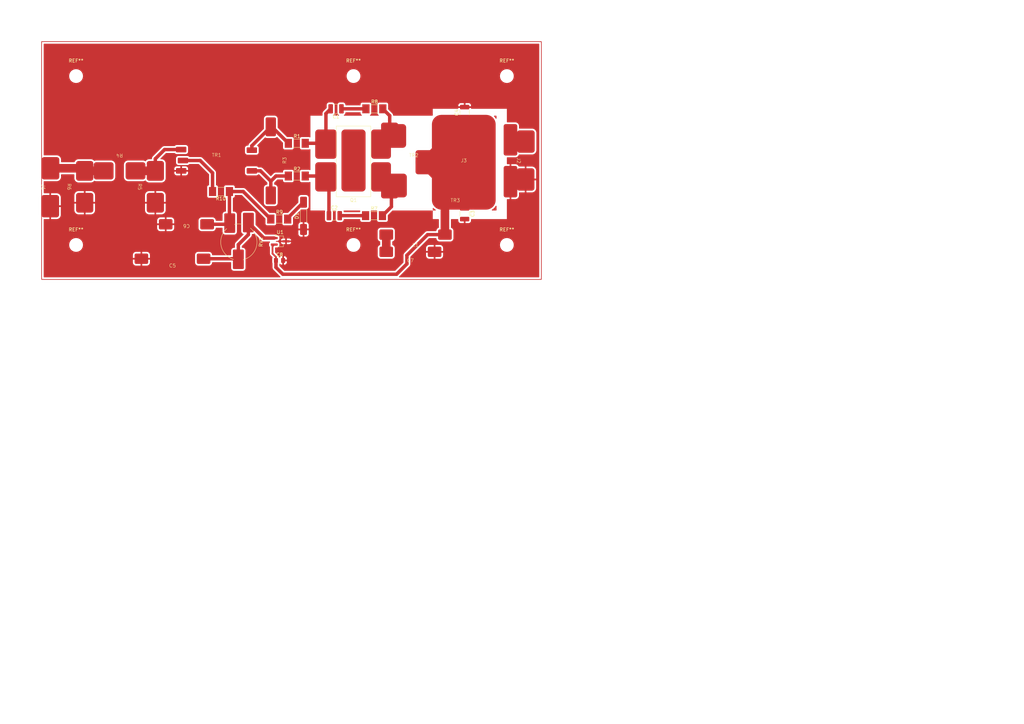
<source format=kicad_pcb>
(kicad_pcb (version 20241229) (generator "pcbnew") (generator_version "9.0")
  (layers (0 "F.Cu" signal) (2 "B.Cu" signal) (13 "F.Paste" user) (15 "B.Paste" user) (5 "F.SilkS" user "F.Silkscreen") (7 "B.SilkS" user "B.Silkscreen") (1 "F.Mask" user) (3 "B.Mask" user) (25 "Edge.Cuts" user))
  (net 0 "")
  (net 1 "Net-(C1-Pad1)")
  (net 2 "Net-(Q1-G1)")
  (net 3 "Net-(C2-Pad2)")
  (net 4 "Net-(Q1-G2)")
  (net 5 "+12V")
  (net 6 "GNDREF")
  (net 7 "Net-(U1-VO)")
  (net 8 "Net-(C6-Pad1)")
  (net 9 "Net-(D1-A)")
  (net 10 "Net-(J1-Pin_1)")
  (net 11 "Net-(J2-Pin_1)")
  (net 12 "Net-(Q1-D1)")
  (net 13 "Net-(Q1-D2)")
  (net 14 "Net-(R1-Pad1)")
  (net 15 "Net-(R2-Pad1)")
  (net 16 "Net-(R4-Pad2)")
  (net 17 "Net-(R10-Pad2)")
  (net 18 "Net-(TR2-P2)")
  (footprint "Josef Library:InOutNoHeaders" (layer "F.Cu") (at 12 54.25 -90)
    (property "Reference" "J1" (at 0 -0.5 270) (layer "F.SilkS") (effects (font (thickness 0.1))))
    (property "Value" "Conn_01x02_Pin")
    (pad "1" smd roundrect (at -5.5 -2.5675 270) (size 6.5 5.135) (layers "F.Cu" "F.Mask" "F.Paste") (roundrect_rratio 0.15) (net 10 "Net-(J1-Pin_1)"))
    (pad "2" smd roundrect (at 5.5 -2.5 270) (size 6.5 5.135) (layers "F.Cu" "F.Mask" "F.Paste") (roundrect_rratio 0.15) (net 6 "GNDREF"))
  )
  (footprint "Josef Library:Through Hole Resistor" (layer "F.Cu") (at 88 65.1 90)
    (property "Reference" "D1" (at 2.54 -1.92 90) (layer "F.SilkS"))
    (property "Value" "D")
    (fp_line (start 0.62 -0.92) (end 4.46 -0.92) (stroke (width 0.12)) (layer "F.SilkS"))
    (fp_line (start 0.62 0.92) (end 4.46 0.92) (stroke (width 0.12)) (layer "F.SilkS"))
    (pad "1" smd roundrect (at -1.4 0 90) (size 3.2 2) (layers "F.Cu" "F.Mask" "F.Paste") (roundrect_rratio 0.1785714286) (net 6 "GNDREF"))
    (pad "2" smd roundrect (at 6.5 0 90) (size 3.2 2) (layers "F.Cu" "F.Mask" "F.Paste") (roundrect_rratio 0.1785714286) (net 9 "Net-(D1-A)"))
  )
  (footprint "Resistor_SMD:R_MELF_MMB-0207" (layer "F.Cu") (at 108.55 31.5)
    (property "Reference" "R8" (at 0.05 -2.05 0) (layer "F.SilkS"))
    (property "Value" "220")
    (fp_line (start 1.2 -1.2) (end -1.2 -1.2) (stroke (width 0.12)) (layer "F.SilkS"))
    (fp_line (start 1.2 1.2) (end -1.2 1.2) (stroke (width 0.12)) (layer "F.SilkS"))
    (pad "1" smd rect (at -2.45 0) (size 2.1 2.6) (layers "F.Cu" "F.Mask" "F.Paste") (net 1 "Net-(C1-Pad1)"))
    (pad "2" smd rect (at 2.45 0) (size 2.1 2.6) (layers "F.Cu" "F.Mask" "F.Paste") (net 12 "Net-(Q1-D1)"))
  )
  (footprint "Josef Library:Input Transformer" (layer "F.Cu") (at 58 46.5)
    (property "Reference" "TR1" (at 4.75 -1.59125 0) (layer "F.SilkS") (effects (font (thickness 0.1))))
    (property "Value" "2T - 1T")
    (pad "1" smd roundrect (at -5.5 -3.1825) (size 3 1.635) (layers "F.Cu" "F.Mask" "F.Paste") (roundrect_rratio 0.15) (net 16 "Net-(R4-Pad2)"))
    (pad "2" smd roundrect (at -5.5 3) (size 3 1.635) (layers "F.Cu" "F.Mask" "F.Paste") (roundrect_rratio 0.15) (net 6 "GNDREF"))
    (pad "3" smd roundrect (at -5 0) (size 3 1.635) (layers "F.Cu" "F.Mask" "F.Paste") (roundrect_rratio 0.15) (net 17 "Net-(R10-Pad2)"))
    (pad "4" smd roundrect (at 15 -3) (size 3 1.635) (layers "F.Cu" "F.Mask" "F.Paste") (roundrect_rratio 0.15) (net 14 "Net-(R1-Pad1)"))
    (pad "5" smd roundrect (at 15 3) (size 3 1.635) (layers "F.Cu" "F.Mask" "F.Paste") (roundrect_rratio 0.15) (net 15 "Net-(R2-Pad1)"))
  )
  (footprint "MountingHole:MountingHole_3.5mm" (layer "F.Cu") (at 102.5 22)
    (property "Reference" "REF**" (at 0 -4.45 0) (layer "F.SilkS"))
    (property "Value" "MountingHole_3.5mm")
    (pad "" np_thru_hole circle (at 0 0) (size 3.5 3.5) (drill 3.5) (layers "*.Cu" "*.Mask"))
  )
  (footprint "MountingHole:MountingHole_3.5mm" (layer "F.Cu") (at 147 22)
    (property "Reference" "REF**" (at 0 -4.45 0) (layer "F.SilkS"))
    (property "Value" "MountingHole_3.5mm")
    (pad "" np_thru_hole circle (at 0 0) (size 3.5 3.5) (drill 3.5) (layers "*.Cu" "*.Mask"))
  )
  (footprint "Josef Library:InOutNoHeaders" (layer "F.Cu") (at 149.9325 46.5 -90)
    (property "Reference" "J2" (at 0 -0.5 270) (layer "F.SilkS") (effects (font (thickness 0.1))))
    (property "Value" "Conn_01x02_Pin")
    (pad "1" smd roundrect (at -5.5 -2.5675 270) (size 6.5 5.135) (layers "F.Cu" "F.Mask" "F.Paste") (roundrect_rratio 0.15) (net 11 "Net-(J2-Pin_1)"))
    (pad "2" smd roundrect (at 5.5 -2.5 270) (size 6.5 5.135) (layers "F.Cu" "F.Mask" "F.Paste") (roundrect_rratio 0.15) (net 6 "GNDREF"))
  )
  (footprint "MountingHole:MountingHole_3.5mm" (layer "F.Cu") (at 22 22)
    (property "Reference" "REF**" (at 0 -4.45 0) (layer "F.SilkS"))
    (property "Value" "MountingHole_3.5mm")
    (pad "" np_thru_hole circle (at 0 0) (size 3.5 3.5) (drill 3.5) (layers "*.Cu" "*.Mask"))
  )
  (footprint "Capacitor_SMD:C_0805_2012Metric_Pad1.18x1.45mm_HandSolder" (layer "F.Cu") (at 81.0375 75.5)
    (property "Reference" "C8" (at 0 -1.68 0) (layer "F.SilkS"))
    (property "Value" ".1u")
    (fp_line (start -0.261252 -0.735) (end 0.261252 -0.735) (stroke (width 0.12)) (layer "F.SilkS"))
    (fp_line (start -0.261252 0.735) (end 0.261252 0.735) (stroke (width 0.12)) (layer "F.SilkS"))
    (pad "1" smd roundrect (at -1.0375 0) (size 1.175 1.45) (layers "F.Cu" "F.Mask" "F.Paste") (roundrect_rratio 0.212766) (net 18 "Net-(TR2-P2)"))
    (pad "2" smd roundrect (at 1.0375 0) (size 1.175 1.45) (layers "F.Cu" "F.Mask" "F.Paste") (roundrect_rratio 0.212766) (net 6 "GNDREF"))
  )
  (footprint "Capacitor_SMD:C_1210_3225Metric_Pad1.33x2.70mm_HandSolder" (layer "F.Cu") (at 134.75 61.9375 -90)
    (property "Reference" "C3" (at 0 -2.3 90) (layer "F.SilkS"))
    (property "Value" ".1uF")
    (fp_line (start -0.711252 1.36) (end 0.711252 1.36) (stroke (width 0.12)) (layer "F.SilkS"))
    (fp_line (start -0.711252 -1.36) (end 0.711252 -1.36) (stroke (width 0.12)) (layer "F.SilkS"))
    (pad "1" smd roundrect (at -1.5625 0 270) (size 1.325 2.7) (layers "F.Cu" "F.Mask" "F.Paste") (roundrect_rratio 0.188679) (net 18 "Net-(TR2-P2)"))
    (pad "2" smd roundrect (at 1.5625 0 270) (size 1.325 2.7) (layers "F.Cu" "F.Mask" "F.Paste") (roundrect_rratio 0.188679) (net 6 "GNDREF"))
  )
  (footprint "Josef Library:Input Choke" (layer "F.Cu") (at 120.5 68)
    (property "Reference" "L1" (at 0 3 0) (layer "F.SilkS") (effects (font (thickness 0.1))))
    (property "Value" "L")
    (pad "1" smd roundrect (at -8.5 0) (size 4 3) (layers "F.Cu" "F.Mask" "F.Paste") (roundrect_rratio 0.15) (net 5 "+12V"))
    (pad "2" smd roundrect (at 8.52375 0) (size 3.9525 3) (layers "F.Cu" "F.Mask" "F.Paste") (roundrect_rratio 0.15) (net 18 "Net-(TR2-P2)"))
  )
  (footprint "Josef Library:3550 (Big Resistor) Footprint" (layer "F.Cu") (at 34.625 49.5 180)
    (property "Reference" "R4" (at 0 4.5 180) (layer "F.SilkS") (effects (font (thickness 0.1))))
    (property "Value" "R")
    (pad "1" smd roundrect (at 4.625 0 180) (size 5.75 5) (layers "F.Cu" "F.Mask" "F.Paste") (roundrect_rratio 0.15) (net 10 "Net-(J1-Pin_1)"))
    (pad "2" smd roundrect (at -4.625 0 180) (size 5.75 5) (layers "F.Cu" "F.Mask" "F.Paste") (roundrect_rratio 0.15) (net 16 "Net-(R4-Pad2)"))
  )
  (footprint "Resistor_SMD:R_MELF_MMB-0207" (layer "F.Cu") (at 64.05 55.5 180)
    (property "Reference" "R10" (at 0.05 -2.05 0) (layer "F.SilkS"))
    (property "Value" "10")
    (fp_line (start 1.2 1.2) (end -1.2 1.2) (stroke (width 0.12)) (layer "F.SilkS"))
    (fp_line (start 1.2 -1.2) (end -1.2 -1.2) (stroke (width 0.12)) (layer "F.SilkS"))
    (pad "1" smd rect (at -2.45 0 180) (size 2.1 2.6) (layers "F.Cu" "F.Mask" "F.Paste") (net 8 "Net-(C6-Pad1)"))
    (pad "2" smd rect (at 2.45 0 180) (size 2.1 2.6) (layers "F.Cu" "F.Mask" "F.Paste") (net 17 "Net-(R10-Pad2)"))
  )
  (footprint "Josef Library:Piher Surface Pads" (layer "F.Cu") (at 66.585 65.165 -90)
    (property "Reference" "RV1" (at 5 -9.05 270) (layer "F.SilkS"))
    (property "Value" "R_Potentiometer")
    (fp_arc (start 10.027 -1.1) (mid 6.134659 2.486075) (end 1.094 0.873) (stroke (width 0.12)) (layer "F.SilkS"))
    (fp_arc (start -0.108 -1.396) (mid -0.258003 -2.50009) (end -0.172 -3.611) (stroke (width 0.12)) (layer "F.SilkS"))
    (fp_arc (start 0.96 -6.019) (mid 6.188516 -7.774112) (end 10.11 -3.896) (stroke (width 0.12)) (layer "F.SilkS"))
    (pad "1" smd roundrect (at -0.5 0 270) (size 5.67 3.17) (layers "F.Cu" "F.Mask" "F.Paste") (roundrect_rratio 0.1068376068) (net 8 "Net-(C6-Pad1)"))
    (pad "2" smd roundrect (at 10 -2.5 270) (size 5.67 3.17) (layers "F.Cu" "F.Mask" "F.Paste") (roundrect_rratio 0.1068376068) (net 7 "Net-(U1-VO)"))
    (pad "3" smd roundrect (at -0.665 -5.415 270) (size 5.67 3.17) (layers "F.Cu" "F.Mask" "F.Paste") (roundrect_rratio 0.1068376068) (net 7 "Net-(U1-VO)"))
  )
  (footprint "Resistor_SMD:R_MELF_MMB-0207" (layer "F.Cu") (at 86.05 41.5)
    (property "Reference" "R1" (at 0.05 -2.05 0) (layer "F.SilkS"))
    (property "Value" "10")
    (fp_line (start 1.2 -1.2) (end -1.2 -1.2) (stroke (width 0.12)) (layer "F.SilkS"))
    (fp_line (start 1.2 1.2) (end -1.2 1.2) (stroke (width 0.12)) (layer "F.SilkS"))
    (pad "1" smd rect (at -2.45 0) (size 2.1 2.6) (layers "F.Cu" "F.Mask" "F.Paste") (net 14 "Net-(R1-Pad1)"))
    (pad "2" smd rect (at 2.45 0) (size 2.1 2.6) (layers "F.Cu" "F.Mask" "F.Paste") (net 2 "Net-(Q1-G1)"))
  )
  (footprint "Capacitor_SMD:C_1210_3225Metric_Pad1.33x2.70mm_HandSolder" (layer "F.Cu") (at 134.75 32.5625 90)
    (property "Reference" "C4" (at 0 -2.3 90) (layer "F.SilkS"))
    (property "Value" ".1uF")
    (fp_line (start -0.711252 -1.36) (end 0.711252 -1.36) (stroke (width 0.12)) (layer "F.SilkS"))
    (fp_line (start -0.711252 1.36) (end 0.711252 1.36) (stroke (width 0.12)) (layer "F.SilkS"))
    (pad "1" smd roundrect (at -1.5625 0 90) (size 1.325 2.7) (layers "F.Cu" "F.Mask" "F.Paste") (roundrect_rratio 0.188679) (net 18 "Net-(TR2-P2)"))
    (pad "2" smd roundrect (at 1.5625 0 90) (size 1.325 2.7) (layers "F.Cu" "F.Mask" "F.Paste") (roundrect_rratio 0.188679) (net 6 "GNDREF"))
  )
  (footprint "MountingHole:MountingHole_3.5mm" (layer "F.Cu") (at 147 71)
    (property "Reference" "REF**" (at 0 -4.45 0) (layer "F.SilkS"))
    (property "Value" "MountingHole_3.5mm")
    (pad "" np_thru_hole circle (at 0 0) (size 3.5 3.5) (drill 3.5) (layers "*.Cu" "*.Mask"))
  )
  (footprint "Resistor_SMD:R_MELF_MMB-0207" (layer "F.Cu") (at 86.05 51)
    (property "Reference" "R2" (at 0.05 -2.05 0) (layer "F.SilkS"))
    (property "Value" "10")
    (fp_line (start 1.2 -1.2) (end -1.2 -1.2) (stroke (width 0.12)) (layer "F.SilkS"))
    (fp_line (start 1.2 1.2) (end -1.2 1.2) (stroke (width 0.12)) (layer "F.SilkS"))
    (pad "1" smd rect (at -2.45 0) (size 2.1 2.6) (layers "F.Cu" "F.Mask" "F.Paste") (net 15 "Net-(R2-Pad1)"))
    (pad "2" smd rect (at 2.45 0) (size 2.1 2.6) (layers "F.Cu" "F.Mask" "F.Paste") (net 4 "Net-(Q1-G2)"))
  )
  (footprint "Josef Library:Coaxial Feed Transformer" (layer "F.Cu") (at 120 47)
    (property "Reference" "TR2" (at 0 -2 0) (layer "F.SilkS") (effects (font (thickness 0.1))))
    (property "Value" "TRANSF1")
    (pad "1" smd roundrect (at -7 -8) (size 5 7) (layers "F.Cu" "F.Mask" "F.Paste") (roundrect_rratio 0.15) (net 12 "Net-(Q1-D1)"))
    (pad "2" smd roundrect (at 3 0) (size 5 7) (layers "F.Cu" "F.Mask" "F.Paste") (roundrect_rratio 0.15) (net 18 "Net-(TR2-P2)"))
    (pad "3" smd roundrect (at -7 7) (size 5 7) (layers "F.Cu" "F.Mask" "F.Paste") (roundrect_rratio 0.15) (net 13 "Net-(Q1-D2)"))
    (pad "4" smd circle (at 3 0) (size 5 5) (layers "F.Cu" "F.Mask" "F.Paste") (net 18 "Net-(TR2-P2)"))
  )
  (footprint "Josef Library:220 uf Cap" (layer "F.Cu") (at 54.02375 65 180)
    (property "Reference" "C6" (at 0 -0.5 180) (layer "F.SilkS") (effects (font (thickness 0.1))))
    (property "Value" "220u")
    (pad "1" smd roundrect (at -6 0 180) (size 4 3) (layers "F.Cu" "F.Mask" "F.Paste") (roundrect_rratio 0.15) (net 8 "Net-(C6-Pad1)"))
    (pad "2" smd roundrect (at 6.02375 0 180) (size 3.9525 3) (layers "F.Cu" "F.Mask" "F.Paste") (roundrect_rratio 0.15) (net 6 "GNDREF"))
  )
  (footprint "MountingHole:MountingHole_3.5mm" (layer "F.Cu") (at 22 71)
    (property "Reference" "REF**" (at 0 -4.45 0) (layer "F.SilkS"))
    (property "Value" "MountingHole_3.5mm")
    (pad "" np_thru_hole circle (at 0 0) (size 3.5 3.5) (drill 3.5) (layers "*.Cu" "*.Mask"))
  )
  (footprint "Josef Library:Output Transformer" (layer "F.Cu") (at 132.02375 46.5675)
    (property "Reference" "TR3" (at 0 11.5 0) (layer "F.SilkS") (effects (font (thickness 0.1))))
    (property "Value" "1T      3T")
    (pad "1" smd roundrect (at -17.5 -7.1925) (size 6.5 6.885) (layers "F.Cu" "F.Mask" "F.Paste") (roundrect_rratio 0.15) (net 12 "Net-(Q1-D1)"))
    (pad "2" smd roundrect (at -17.27375 7.1925) (size 6.4525 6.885) (layers "F.Cu" "F.Mask" "F.Paste") (roundrect_rratio 0.15) (net 13 "Net-(Q1-D2)"))
    (pad "3" smd roundrect (at 16.02375 6.0675) (size 3.9525 9.135) (layers "F.Cu" "F.Mask" "F.Paste") (roundrect_rratio 0.15) (net 6 "GNDREF"))
    (pad "4" smd roundrect (at 16.02375 -6.0675) (size 3.9525 9.135) (layers "F.Cu" "F.Mask" "F.Paste") (roundrect_rratio 0.15) (net 11 "Net-(J2-Pin_1)"))
  )
  (footprint "Josef Library:Positive Plane" (layer "F.Cu") (at 134.5 47)
    (property "Reference" "J3" (at 0 -0.5 0) (layer "F.SilkS") (effects (font (thickness 0.1))))
    (property "Value" "Conn_01x01_Pin")
    (pad "P" smd roundrect (at 0 0) (size 18.5 27.5) (layers "F.Cu" "F.Mask" "F.Paste") (roundrect_rratio 0.15))
  )
  (footprint "Capacitor_SMD:C_1210_3225Metric_Pad1.33x2.70mm_HandSolder" (layer "F.Cu") (at 96.9375 62.5)
    (property "Reference" "C2" (at 0 -2.3 0) (layer "F.SilkS"))
    (property "Value" ".1uF")
    (fp_line (start -0.711252 -1.36) (end 0.711252 -1.36) (stroke (width 0.12)) (layer "F.SilkS"))
    (fp_line (start -0.711252 1.36) (end 0.711252 1.36) (stroke (width 0.12)) (layer "F.SilkS"))
    (pad "1" smd roundrect (at -1.5625 0) (size 1.325 2.7) (layers "F.Cu" "F.Mask" "F.Paste") (roundrect_rratio 0.188679) (net 4 "Net-(Q1-G2)"))
    (pad "2" smd roundrect (at 1.5625 0) (size 1.325 2.7) (layers "F.Cu" "F.Mask" "F.Paste") (roundrect_rratio 0.188679) (net 3 "Net-(C2-Pad2)"))
  )
  (footprint "Resistor_SMD:R_MELF_MMB-0207" (layer "F.Cu") (at 108.45 62.5)
    (property "Reference" "R7" (at 0.05 -2.05 0) (layer "F.SilkS"))
    (property "Value" "220")
    (fp_line (start 1.2 -1.2) (end -1.2 -1.2) (stroke (width 0.12)) (layer "F.SilkS"))
    (fp_line (start 1.2 1.2) (end -1.2 1.2) (stroke (width 0.12)) (layer "F.SilkS"))
    (pad "1" smd rect (at -2.45 0) (size 2.1 2.6) (layers "F.Cu" "F.Mask" "F.Paste") (net 3 "Net-(C2-Pad2)"))
    (pad "2" smd rect (at 2.45 0) (size 2.1 2.6) (layers "F.Cu" "F.Mask" "F.Paste") (net 13 "Net-(Q1-D2)"))
  )
  (footprint "Package_TO_SOT_SMD:TSOT-23_HandSoldering" (layer "F.Cu") (at 81.21 69.95)
    (property "Reference" "U1" (at 0 -2.65 0) (layer "F.SilkS"))
    (property "Value" "L78L05_TO92")
    (fp_line (start 0.945 0.67) (end 0.945 1.56) (stroke (width 0.12)) (layer "F.SilkS"))
    (fp_line (start 0.945 1.56) (end -0.905 1.56) (stroke (width 0.12)) (layer "F.SilkS"))
    (fp_line (start 0.96 -1.56) (end -0.89 -1.56) (stroke (width 0.12)) (layer "F.SilkS"))
    (fp_line (start 0.96 -1.56) (end 0.96 -0.67) (stroke (width 0.12)) (layer "F.SilkS"))
    (fp_poly (pts (xy -1.28 -1.55) (xy -1.52 -1.88) (xy -1.04 -1.88) (xy -1.28 -1.55)) (stroke (width 0.12)) (fill yes) (layer "F.SilkS"))
    (pad "1" smd roundrect (at -1.71 -0.95) (size 2 0.65) (layers "F.Cu" "F.Mask" "F.Paste") (net 7 "Net-(U1-VO)"))
    (pad "2" smd roundrect (at -1.71 0.95) (size 2 0.65) (layers "F.Cu" "F.Mask" "F.Paste") (net 18 "Net-(TR2-P2)"))
    (pad "3" smd roundrect (at 1.71 0) (size 2 0.65) (layers "F.Cu" "F.Mask" "F.Paste") (net 6 "GNDREF"))
  )
  (footprint "Resistor_SMD:R_MELF_MMB-0207" (layer "F.Cu") (at 80.95 63.5)
    (property "Reference" "R9" (at 0.05 -2.05 0) (layer "F.SilkS"))
    (property "Value" "220")
    (fp_line (start 1.2 -1.2) (end -1.2 -1.2) (stroke (width 0.12)) (layer "F.SilkS"))
    (fp_line (start 1.2 1.2) (end -1.2 1.2) (stroke (width 0.12)) (layer "F.SilkS"))
    (pad "1" smd rect (at -2.45 0) (size 2.1 2.6) (layers "F.Cu" "F.Mask" "F.Paste") (net 8 "Net-(C6-Pad1)"))
    (pad "2" smd rect (at 2.45 0) (size 2.1 2.6) (layers "F.Cu" "F.Mask" "F.Paste") (net 9 "Net-(D1-A)"))
  )
  (footprint "Josef Library:10uF Radial Cap" (layer "F.Cu") (at 49.97625 75)
    (property "Reference" "C5" (at 0 2 0) (layer "F.SilkS") (effects (font (thickness 0.1))))
    (property "Value" "15u")
    (pad "1" smd roundrect (at 9.02375 0) (size 3.9525 3) (layers "F.Cu" "F.Mask" "F.Paste") (roundrect_rratio 0.15) (net 7 "Net-(U1-VO)"))
    (pad "2" smd roundrect (at -9.02375 0) (size 3.9525 3) (layers "F.Cu" "F.Mask" "F.Paste") (roundrect_rratio 0.15) (net 6 "GNDREF"))
  )
  (footprint "MountingHole:MountingHole_3.5mm" (layer "F.Cu") (at 102.5 71)
    (property "Reference" "REF**" (at 0 -4.45 0) (layer "F.SilkS"))
    (property "Value" "MountingHole_3.5mm")
    (pad "" np_thru_hole circle (at 0 0) (size 3.5 3.5) (drill 3.5) (layers "*.Cu" "*.Mask"))
  )
  (footprint "Josef Library:3550 (Big Resistor) Footprint" (layer "F.Cu") (at 45 54.125 -90)
    (property "Reference" "R5" (at 0 4.5 270) (layer "F.SilkS") (effects (font (thickness 0.1))))
    (property "Value" "R")
    (pad "1" smd roundrect (at 4.625 0 270) (size 5.75 5) (layers "F.Cu" "F.Mask" "F.Paste") (roundrect_rratio 0.15) (net 6 "GNDREF"))
    (pad "2" smd roundrect (at -4.625 0 270) (size 5.75 5) (layers "F.Cu" "F.Mask" "F.Paste") (roundrect_rratio 0.15) (net 16 "Net-(R4-Pad2)"))
  )
  (footprint "Josef Library:AFT05MP" (layer "F.Cu") (at 102.5 46.5)
    (property "Reference" "Q1" (at 0 11.5 0) (layer "F.SilkS") (effects (font (thickness 0.1))))
    (property "Value" "~")
    (fp_rect (start -5 -10) (end 5 10.5) (stroke (width 0.1)) (fill no) (layer "F.SilkS"))
    (pad "1" smd roundrect (at -8 -4.75) (size 6.23 8.5) (layers "F.Cu" "F.Mask" "F.Paste") (roundrect_rratio 0.15) (net 2 "Net-(Q1-G1)"))
    (pad "2" smd roundrect (at -8 4.75) (size 6.23 8.5) (layers "F.Cu" "F.Mask" "F.Paste") (roundrect_rratio 0.15) (net 4 "Net-(Q1-G2)"))
    (pad "3" smd roundrect (at 8 -4.75) (size 5.73 8.5) (layers "F.Cu" "F.Mask" "F.Paste") (roundrect_rratio 0.15) (net 12 "Net-(Q1-D1)"))
    (pad "4" smd roundrect (at 8 4.75) (size 5.73 8.5) (layers "F.Cu" "F.Mask" "F.Paste") (roundrect_rratio 0.15) (net 13 "Net-(Q1-D2)"))
    (pad "5" smd roundrect (at 0 0) (size 7 18) (layers "F.Cu" "F.Mask" "F.Paste") (roundrect_rratio 0.15) (net 6 "GNDREF"))
  )
  (footprint "Josef Library:3550 (Big Resistor) Footprint" (layer "F.Cu") (at 24.5 54.125 -90)
    (property "Reference" "R6" (at 0 4.5 270) (layer "F.SilkS") (effects (font (thickness 0.1))))
    (property "Value" "R")
    (pad "1" smd roundrect (at 4.625 0 270) (size 5.75 5) (layers "F.Cu" "F.Mask" "F.Paste") (roundrect_rratio 0.15) (net 6 "GNDREF"))
    (pad "2" smd roundrect (at -4.625 0 270) (size 5.75 5) (layers "F.Cu" "F.Mask" "F.Paste") (roundrect_rratio 0.15) (net 10 "Net-(J1-Pin_1)"))
  )
  (footprint "Josef Library:.33uF Decoupler HF Amp" (layer "F.Cu") (at 119.02375 73)
    (property "Reference" "C7" (at 0 2.5 0) (layer "F.SilkS") (effects (font (thickness 0.1))))
    (property "Value" ".1uF")
    (pad "1" smd roundrect (at -7.02375 0) (size 3.9525 3) (layers "F.Cu" "F.Mask" "F.Paste") (roundrect_rratio 0.15) (net 5 "+12V"))
    (pad "2" smd roundrect (at 7 0) (size 3.9525 3) (layers "F.Cu" "F.Mask" "F.Paste") (roundrect_rratio 0.15) (net 6 "GNDREF"))
  )
  (footprint "Josef Library:Big 22ohm Resistor" (layer "F.Cu") (at 78.5 46.47625 90)
    (property "Reference" "R3" (at 0 4 90) (layer "F.SilkS") (effects (font (thickness 0.1))))
    (property "Value" "22")
    (pad "1" smd roundrect (at -10.14875 0 90) (size 5.2025 3) (layers "F.Cu" "F.Mask" "F.Paste") (roundrect_rratio 0.15) (net 15 "Net-(R2-Pad1)"))
    (pad "2" smd roundrect (at 9.75 0 90) (size 5.5 3) (layers "F.Cu" "F.Mask" "F.Paste") (roundrect_rratio 0.15) (net 14 "Net-(R1-Pad1)"))
  )
  (footprint "Capacitor_SMD:C_1210_3225Metric_Pad1.33x2.70mm_HandSolder" (layer "F.Cu") (at 97.4375 31.5 180)
    (property "Reference" "C1" (at 0 -2.3 0) (layer "F.SilkS"))
    (property "Value" ".1uF")
    (fp_line (start -0.711252 1.36) (end 0.711252 1.36) (stroke (width 0.12)) (layer "F.SilkS"))
    (fp_line (start -0.711252 -1.36) (end 0.711252 -1.36) (stroke (width 0.12)) (layer "F.SilkS"))
    (pad "1" smd roundrect (at -1.5625 0 180) (size 1.325 2.7) (layers "F.Cu" "F.Mask" "F.Paste") (roundrect_rratio 0.188679) (net 1 "Net-(C1-Pad1)"))
    (pad "2" smd roundrect (at 1.5625 0 180) (size 1.325 2.7) (layers "F.Cu" "F.Mask" "F.Paste") (roundrect_rratio 0.188679) (net 2 "Net-(Q1-G1)"))
  )
  (gr_rect (start 12 12) (end 157 81) (stroke (width 0.2)) (fill no) (layer "F.Cu") (net 7))
  (segment (start 99 31.5) (end 106.1 31.5) (width 1) (layer "F.Cu") (net 1))
  (segment (start 94.25 41.5) (end 94.5 41.75) (width 1) (layer "F.Cu") (net 2))
  (segment (start 88.5 41.5) (end 94.25 41.5) (width 1) (layer "F.Cu") (net 2))
  (segment (start 94.5 32.875) (end 95.875 31.5) (width 1) (layer "F.Cu") (net 2))
  (segment (start 94.5 41.75) (end 94.5 32.875) (width 1) (layer "F.Cu") (net 2))
  (segment (start 98.5 62.5) (end 106 62.5) (width 1) (layer "F.Cu") (net 3))
  (segment (start 95.375 52.125) (end 94.5 51.25) (width 1) (layer "F.Cu") (net 4))
  (segment (start 94.25 51) (end 94.5 51.25) (width 1) (layer "F.Cu") (net 4))
  (segment (start 88.5 51) (end 94.25 51) (width 1) (layer "F.Cu") (net 4))
  (segment (start 95.375 62.5) (end 95.375 52.125) (width 1) (layer "F.Cu") (net 4))
  (segment (start 112 68) (end 112 73) (width 2.5) (layer "F.Cu") (net 5))
  (segment (start 72 64.5) (end 76.5 69) (width 1) (layer "F.Cu") (net 7))
  (segment (start 72 68) (end 69.085 70.915) (width 1) (layer "F.Cu") (net 7))
  (segment (start 72 64.5) (end 72 68) (width 1) (layer "F.Cu") (net 7))
  (segment (start 69.085 70.915) (end 69.085 75.165) (width 1) (layer "F.Cu") (net 7))
  (segment (start 76.5 69) (end 79.5 69) (width 1) (layer "F.Cu") (net 7))
  (segment (start 59 75) (end 68.92 75) (width 1) (layer "F.Cu") (net 7))
  (segment (start 68.92 75) (end 69.085 75.165) (width 1) (layer "F.Cu") (net 7))
  (segment (start 66.5 55.5) (end 66.5 64.58) (width 1) (layer "F.Cu") (net 8))
  (segment (start 70.5 55.5) (end 66.5 55.5) (width 1) (layer "F.Cu") (net 8))
  (segment (start 60.02375 65) (end 66.25 65) (width 1) (layer "F.Cu") (net 8))
  (segment (start 66.5 64.58) (end 66.585 64.665) (width 1) (layer "F.Cu") (net 8))
  (segment (start 66.25 65) (end 66.585 64.665) (width 1) (layer "F.Cu") (net 8))
  (segment (start 78.5 63.5) (end 70.5 55.5) (width 1) (layer "F.Cu") (net 8))
  (segment (start 83.4 63.2) (end 88 58.6) (width 1) (layer "F.Cu") (net 9))
  (segment (start 83.4 63.5) (end 83.4 63.2) (width 1) (layer "F.Cu") (net 9))
  (segment (start 24.5 49.5) (end 30 49.5) (width 2.5) (layer "F.Cu") (net 10))
  (segment (start 23.75 48.75) (end 24.5 49.5) (width 2.5) (layer "F.Cu") (net 10))
  (segment (start 14.5675 48.75) (end 23.75 48.75) (width 2.5) (layer "F.Cu") (net 10))
  (segment (start 113 39) (end 113 33.5) (width 1) (layer "F.Cu") (net 12))
  (segment (start 113 33.5) (end 111 31.5) (width 1) (layer "F.Cu") (net 12))
  (segment (start 113.5 59.9) (end 113.5 54.5) (width 1) (layer "F.Cu") (net 13))
  (segment (start 110.9 62.5) (end 113.5 59.9) (width 1) (layer "F.Cu") (net 13))
  (segment (start 113.5 54.5) (end 113 54) (width 1) (layer "F.Cu") (net 13))
  (segment (start 78.82625 36.72625) (end 83.6 41.5) (width 1) (layer "F.Cu") (net 14))
  (segment (start 73 43.5) (end 73 42.22625) (width 1) (layer "F.Cu") (net 14))
  (segment (start 73 42.22625) (end 78.5 36.72625) (width 1) (layer "F.Cu") (net 14))
  (segment (start 78.5 36.72625) (end 78.82625 36.72625) (width 1) (layer "F.Cu") (net 14))
  (segment (start 78.5 56.625) (end 78.5 52.5) (width 1) (layer "F.Cu") (net 15))
  (segment (start 80 51) (end 78.5 52.5) (width 1) (layer "F.Cu") (net 15))
  (segment (start 73 49.5) (end 75.5 49.5) (width 1) (layer "F.Cu") (net 15))
  (segment (start 75.5 49.5) (end 78.5 52.5) (width 1) (layer "F.Cu") (net 15))
  (segment (start 83.6 51) (end 80 51) (width 1) (layer "F.Cu") (net 15))
  (segment (start 45 46) (end 47.6825 43.3175) (width 1) (layer "F.Cu") (net 16))
  (segment (start 39.25 49.5) (end 45 49.5) (width 2.5) (layer "F.Cu") (net 16))
  (segment (start 47.6825 43.3175) (end 52.5 43.3175) (width 1) (layer "F.Cu") (net 16))
  (segment (start 45 49.5) (end 45 46) (width 1) (layer "F.Cu") (net 16))
  (segment (start 58 46.5) (end 61.6 50.1) (width 1) (layer "F.Cu") (net 17))
  (segment (start 61.6 50.1) (end 61.6 55.5) (width 1) (layer "F.Cu") (net 17))
  (segment (start 53 46.5) (end 58 46.5) (width 1) (layer "F.Cu") (net 17))
  (segment (start 82 79.5) (end 80 77.5) (width 1) (layer "F.Cu") (net 18))
  (segment (start 80 74.5) (end 79 73.5) (width 0.5) (layer "F.Cu") (net 18))
  (segment (start 80 75.5) (end 80 74.5) (width 0.5) (layer "F.Cu") (net 18))
  (segment (start 129.02375 68) (end 129.02375 57.47625) (width 2.5) (layer "F.Cu") (net 18))
  (segment (start 130.4375 56.0625) (end 134.75 60.375) (width 1) (layer "F.Cu") (net 18))
  (segment (start 129.02375 68) (end 124 68) (width 1) (layer "F.Cu") (net 18))
  (segment (start 80 77.5) (end 80 75.5) (width 1) (layer "F.Cu") (net 18))
  (segment (start 79 71.4) (end 79.5 70.9) (width 0.5) (layer "F.Cu") (net 18))
  (segment (start 118 76.5) (end 115 79.5) (width 1) (layer "F.Cu") (net 18))
  (segment (start 118 74) (end 118 76.5) (width 1) (layer "F.Cu") (net 18))
  (segment (start 115 79.5) (end 82 79.5) (width 1) (layer "F.Cu") (net 18))
  (segment (start 123 45.875) (end 134.75 34.125) (width 1) (layer "F.Cu") (net 18))
  (segment (start 123 47) (end 123 48.625) (width 1) (layer "F.Cu") (net 18))
  (segment (start 129.02375 57.47625) (end 130.4375 56.0625) (width 2.5) (layer "F.Cu") (net 18))
  (segment (start 79 73.5) (end 79 71.4) (width 0.5) (layer "F.Cu") (net 18))
  (segment (start 124 68) (end 118 74) (width 1) (layer "F.Cu") (net 18))
  (segment (start 123 48.625) (end 130.4375 56.0625) (width 1) (layer "F.Cu") (net 18))
  (segment (start 123 47) (end 123 45.875) (width 1) (layer "F.Cu") (net 18))
  (zone (net 6) (net_name "GNDREF") (layer "F.Cu") (priority 1) (connect_pads (clearance 0.5)) (min_thickness 0.25) (fill yes (thermal_gap 0.5) (thermal_bridge_width 0.5) (island_removal_mode 1) (island_area_min 10))
    (polygon (pts (xy 12 12) (xy 157 12) (xy 157 81) (xy 12 81)))
  )
  (zone (net 0) (net_name "") (layer "F.Cu") (connect_pads (clearance 0)) (min_thickness 0.25)
    (keepout (tracks allowed) (vias allowed) (pads allowed) (copperpour not_allowed) (footprints allowed))
    (fill (thermal_gap 0.5) (thermal_bridge_width 0.5) (island_removal_mode 1) (island_area_min 10))
    (polygon (pts (xy 125.5 33.5) (xy 125.5 31.5) (xy 147 31.5) (xy 147 33.5) (xy 144.5 33.5) (xy 144.5 61.5) (xy 147 61.5) (xy 147 63.5) (xy 125.5 63.5) (xy 125.5 61) (xy 144 61) (xy 144 33.5)))
  )
  (zone (net 0) (net_name "") (layer "F.Cu") (connect_pads (clearance 0)) (min_thickness 0.25)
    (keepout (tracks allowed) (vias allowed) (pads allowed) (copperpour not_allowed) (footprints allowed))
    (fill (thermal_gap 0.5) (thermal_bridge_width 0.5))
    (polygon (pts (xy 125.5 33.5) (xy 90 33.5) (xy 90 61) (xy 125.5 61)))
  )
  (zone (net 0) (net_name "") (layer "F.Cu") (connect_pads (clearance 0)) (min_thickness 0.25)
    (keepout (tracks allowed) (vias allowed) (pads allowed) (copperpour not_allowed) (footprints allowed))
    (fill (thermal_gap 0.5) (thermal_bridge_width 0.5) (island_removal_mode 1) (island_area_min 10))
    (polygon (pts (xy 147 33.5) (xy 147 61.5) (xy 144.5 61.5) (xy 144.5 33.5)))
  )
)
</source>
